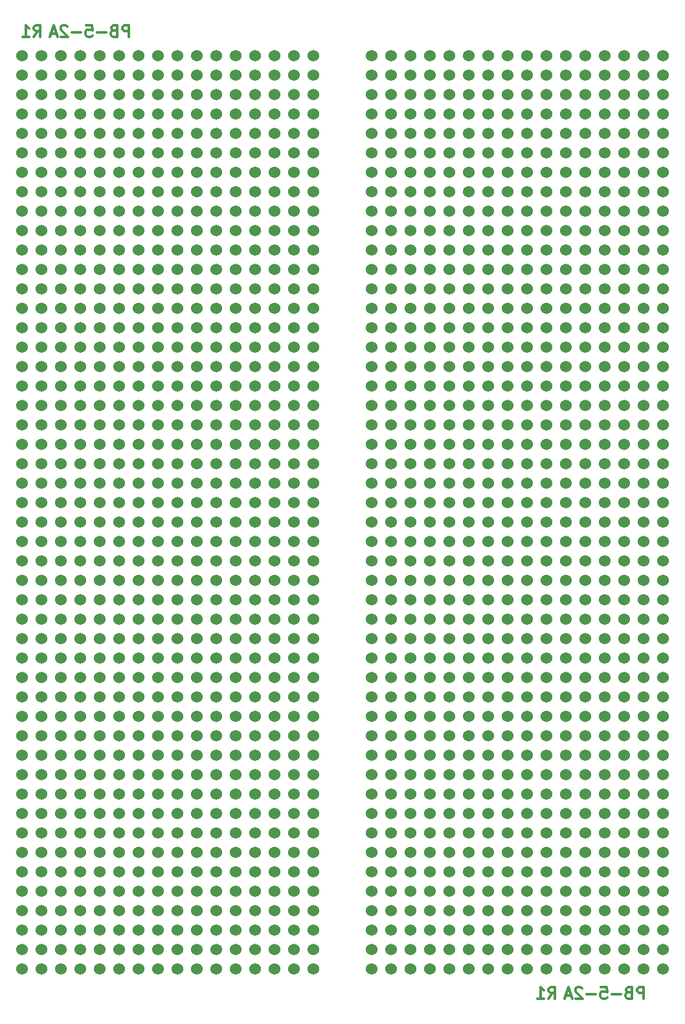
<source format=gbr>
G04 #@! TF.FileFunction,Copper,L2,Bot,Signal*
%FSLAX46Y46*%
G04 Gerber Fmt 4.6, Leading zero omitted, Abs format (unit mm)*
G04 Created by KiCad (PCBNEW 4.0.7) date 08/18/19 22:54:49*
%MOMM*%
%LPD*%
G01*
G04 APERTURE LIST*
%ADD10C,0.100000*%
%ADD11C,0.300000*%
%ADD12C,1.524000*%
G04 APERTURE END LIST*
D10*
D11*
X137409999Y-174033571D02*
X137909999Y-173319286D01*
X138267142Y-174033571D02*
X138267142Y-172533571D01*
X137695714Y-172533571D01*
X137552856Y-172605000D01*
X137481428Y-172676429D01*
X137409999Y-172819286D01*
X137409999Y-173033571D01*
X137481428Y-173176429D01*
X137552856Y-173247857D01*
X137695714Y-173319286D01*
X138267142Y-173319286D01*
X135981428Y-174033571D02*
X136838571Y-174033571D01*
X136409999Y-174033571D02*
X136409999Y-172533571D01*
X136552856Y-172747857D01*
X136695714Y-172890714D01*
X136838571Y-172962143D01*
X70099999Y-48303571D02*
X70599999Y-47589286D01*
X70957142Y-48303571D02*
X70957142Y-46803571D01*
X70385714Y-46803571D01*
X70242856Y-46875000D01*
X70171428Y-46946429D01*
X70099999Y-47089286D01*
X70099999Y-47303571D01*
X70171428Y-47446429D01*
X70242856Y-47517857D01*
X70385714Y-47589286D01*
X70957142Y-47589286D01*
X68671428Y-48303571D02*
X69528571Y-48303571D01*
X69099999Y-48303571D02*
X69099999Y-46803571D01*
X69242856Y-47017857D01*
X69385714Y-47160714D01*
X69528571Y-47232143D01*
X82541428Y-48303571D02*
X82541428Y-46803571D01*
X81970000Y-46803571D01*
X81827142Y-46875000D01*
X81755714Y-46946429D01*
X81684285Y-47089286D01*
X81684285Y-47303571D01*
X81755714Y-47446429D01*
X81827142Y-47517857D01*
X81970000Y-47589286D01*
X82541428Y-47589286D01*
X80541428Y-47517857D02*
X80327142Y-47589286D01*
X80255714Y-47660714D01*
X80184285Y-47803571D01*
X80184285Y-48017857D01*
X80255714Y-48160714D01*
X80327142Y-48232143D01*
X80470000Y-48303571D01*
X81041428Y-48303571D01*
X81041428Y-46803571D01*
X80541428Y-46803571D01*
X80398571Y-46875000D01*
X80327142Y-46946429D01*
X80255714Y-47089286D01*
X80255714Y-47232143D01*
X80327142Y-47375000D01*
X80398571Y-47446429D01*
X80541428Y-47517857D01*
X81041428Y-47517857D01*
X79541428Y-47732143D02*
X78398571Y-47732143D01*
X76969999Y-46803571D02*
X77684285Y-46803571D01*
X77755714Y-47517857D01*
X77684285Y-47446429D01*
X77541428Y-47375000D01*
X77184285Y-47375000D01*
X77041428Y-47446429D01*
X76969999Y-47517857D01*
X76898571Y-47660714D01*
X76898571Y-48017857D01*
X76969999Y-48160714D01*
X77041428Y-48232143D01*
X77184285Y-48303571D01*
X77541428Y-48303571D01*
X77684285Y-48232143D01*
X77755714Y-48160714D01*
X76255714Y-47732143D02*
X75112857Y-47732143D01*
X74470000Y-46946429D02*
X74398571Y-46875000D01*
X74255714Y-46803571D01*
X73898571Y-46803571D01*
X73755714Y-46875000D01*
X73684285Y-46946429D01*
X73612857Y-47089286D01*
X73612857Y-47232143D01*
X73684285Y-47446429D01*
X74541428Y-48303571D01*
X73612857Y-48303571D01*
X73041429Y-47875000D02*
X72327143Y-47875000D01*
X73184286Y-48303571D02*
X72684286Y-46803571D01*
X72184286Y-48303571D01*
X149851428Y-174033571D02*
X149851428Y-172533571D01*
X149280000Y-172533571D01*
X149137142Y-172605000D01*
X149065714Y-172676429D01*
X148994285Y-172819286D01*
X148994285Y-173033571D01*
X149065714Y-173176429D01*
X149137142Y-173247857D01*
X149280000Y-173319286D01*
X149851428Y-173319286D01*
X147851428Y-173247857D02*
X147637142Y-173319286D01*
X147565714Y-173390714D01*
X147494285Y-173533571D01*
X147494285Y-173747857D01*
X147565714Y-173890714D01*
X147637142Y-173962143D01*
X147780000Y-174033571D01*
X148351428Y-174033571D01*
X148351428Y-172533571D01*
X147851428Y-172533571D01*
X147708571Y-172605000D01*
X147637142Y-172676429D01*
X147565714Y-172819286D01*
X147565714Y-172962143D01*
X147637142Y-173105000D01*
X147708571Y-173176429D01*
X147851428Y-173247857D01*
X148351428Y-173247857D01*
X146851428Y-173462143D02*
X145708571Y-173462143D01*
X144279999Y-172533571D02*
X144994285Y-172533571D01*
X145065714Y-173247857D01*
X144994285Y-173176429D01*
X144851428Y-173105000D01*
X144494285Y-173105000D01*
X144351428Y-173176429D01*
X144279999Y-173247857D01*
X144208571Y-173390714D01*
X144208571Y-173747857D01*
X144279999Y-173890714D01*
X144351428Y-173962143D01*
X144494285Y-174033571D01*
X144851428Y-174033571D01*
X144994285Y-173962143D01*
X145065714Y-173890714D01*
X143565714Y-173462143D02*
X142422857Y-173462143D01*
X141780000Y-172676429D02*
X141708571Y-172605000D01*
X141565714Y-172533571D01*
X141208571Y-172533571D01*
X141065714Y-172605000D01*
X140994285Y-172676429D01*
X140922857Y-172819286D01*
X140922857Y-172962143D01*
X140994285Y-173176429D01*
X141851428Y-174033571D01*
X140922857Y-174033571D01*
X140351429Y-173605000D02*
X139637143Y-173605000D01*
X140494286Y-174033571D02*
X139994286Y-172533571D01*
X139494286Y-174033571D01*
D12*
X73660000Y-78740000D03*
X76200000Y-78740000D03*
X78740000Y-78740000D03*
X81280000Y-78740000D03*
X83820000Y-78740000D03*
X73660000Y-76200000D03*
X76200000Y-76200000D03*
X78740000Y-76200000D03*
X81280000Y-76200000D03*
X83820000Y-76200000D03*
X73660000Y-81280000D03*
X76200000Y-81280000D03*
X78740000Y-81280000D03*
X81280000Y-81280000D03*
X83820000Y-81280000D03*
X73660000Y-86360000D03*
X76200000Y-86360000D03*
X78740000Y-86360000D03*
X81280000Y-86360000D03*
X83820000Y-86360000D03*
X73660000Y-83820000D03*
X76200000Y-83820000D03*
X78740000Y-83820000D03*
X81280000Y-83820000D03*
X83820000Y-83820000D03*
X68580000Y-86360000D03*
X68580000Y-83820000D03*
X68580000Y-81280000D03*
X68580000Y-78740000D03*
X68580000Y-76200000D03*
X71120000Y-86360000D03*
X71120000Y-83820000D03*
X71120000Y-81280000D03*
X71120000Y-78740000D03*
X71120000Y-76200000D03*
X73660000Y-58420000D03*
X76200000Y-58420000D03*
X78740000Y-58420000D03*
X81280000Y-58420000D03*
X83820000Y-58420000D03*
X73660000Y-55880000D03*
X76200000Y-55880000D03*
X78740000Y-55880000D03*
X81280000Y-55880000D03*
X83820000Y-55880000D03*
X73660000Y-53340000D03*
X76200000Y-53340000D03*
X78740000Y-53340000D03*
X81280000Y-53340000D03*
X83820000Y-53340000D03*
X68580000Y-60960000D03*
X68580000Y-58420000D03*
X68580000Y-55880000D03*
X68580000Y-53340000D03*
X68580000Y-50800000D03*
X71120000Y-60960000D03*
X71120000Y-58420000D03*
X71120000Y-55880000D03*
X71120000Y-53340000D03*
X71120000Y-50800000D03*
X73660000Y-60960000D03*
X76200000Y-60960000D03*
X78740000Y-60960000D03*
X81280000Y-60960000D03*
X83820000Y-60960000D03*
X73660000Y-50800000D03*
X76200000Y-50800000D03*
X78740000Y-50800000D03*
X81280000Y-50800000D03*
X83820000Y-50800000D03*
X73660000Y-63500000D03*
X76200000Y-63500000D03*
X78740000Y-63500000D03*
X81280000Y-63500000D03*
X83820000Y-63500000D03*
X73660000Y-68580000D03*
X76200000Y-68580000D03*
X78740000Y-68580000D03*
X81280000Y-68580000D03*
X83820000Y-68580000D03*
X73660000Y-73660000D03*
X76200000Y-73660000D03*
X78740000Y-73660000D03*
X81280000Y-73660000D03*
X83820000Y-73660000D03*
X68580000Y-73660000D03*
X68580000Y-71120000D03*
X68580000Y-68580000D03*
X68580000Y-66040000D03*
X68580000Y-63500000D03*
X73660000Y-66040000D03*
X76200000Y-66040000D03*
X78740000Y-66040000D03*
X81280000Y-66040000D03*
X83820000Y-66040000D03*
X73660000Y-71120000D03*
X76200000Y-71120000D03*
X78740000Y-71120000D03*
X81280000Y-71120000D03*
X83820000Y-71120000D03*
X71120000Y-73660000D03*
X71120000Y-71120000D03*
X71120000Y-68580000D03*
X71120000Y-66040000D03*
X71120000Y-63500000D03*
X86360000Y-86360000D03*
X88900000Y-86360000D03*
X86360000Y-81280000D03*
X88900000Y-81280000D03*
X86360000Y-71120000D03*
X88900000Y-71120000D03*
X86360000Y-83820000D03*
X88900000Y-83820000D03*
X86360000Y-78740000D03*
X88900000Y-78740000D03*
X86360000Y-76200000D03*
X88900000Y-76200000D03*
X68580000Y-124460000D03*
X68580000Y-121920000D03*
X68580000Y-119380000D03*
X68580000Y-116840000D03*
X68580000Y-114300000D03*
X71120000Y-124460000D03*
X71120000Y-121920000D03*
X71120000Y-119380000D03*
X71120000Y-116840000D03*
X71120000Y-114300000D03*
X68580000Y-111760000D03*
X68580000Y-109220000D03*
X68580000Y-106680000D03*
X68580000Y-104140000D03*
X68580000Y-101600000D03*
X71120000Y-111760000D03*
X71120000Y-109220000D03*
X71120000Y-106680000D03*
X71120000Y-104140000D03*
X71120000Y-101600000D03*
X73660000Y-101600000D03*
X76200000Y-101600000D03*
X78740000Y-101600000D03*
X81280000Y-101600000D03*
X83820000Y-101600000D03*
X73660000Y-104140000D03*
X76200000Y-104140000D03*
X78740000Y-104140000D03*
X81280000Y-104140000D03*
X83820000Y-104140000D03*
X73660000Y-109220000D03*
X76200000Y-109220000D03*
X78740000Y-109220000D03*
X81280000Y-109220000D03*
X83820000Y-109220000D03*
X73660000Y-111760000D03*
X76200000Y-111760000D03*
X78740000Y-111760000D03*
X81280000Y-111760000D03*
X83820000Y-111760000D03*
X73660000Y-106680000D03*
X76200000Y-106680000D03*
X78740000Y-106680000D03*
X81280000Y-106680000D03*
X83820000Y-106680000D03*
X73660000Y-96520000D03*
X76200000Y-96520000D03*
X78740000Y-96520000D03*
X81280000Y-96520000D03*
X83820000Y-96520000D03*
X71120000Y-99060000D03*
X71120000Y-96520000D03*
X71120000Y-93980000D03*
X71120000Y-91440000D03*
X71120000Y-88900000D03*
X68580000Y-99060000D03*
X68580000Y-96520000D03*
X68580000Y-93980000D03*
X68580000Y-91440000D03*
X68580000Y-88900000D03*
X73660000Y-99060000D03*
X76200000Y-99060000D03*
X78740000Y-99060000D03*
X81280000Y-99060000D03*
X83820000Y-99060000D03*
X73660000Y-91440000D03*
X76200000Y-91440000D03*
X78740000Y-91440000D03*
X81280000Y-91440000D03*
X83820000Y-91440000D03*
X73660000Y-93980000D03*
X76200000Y-93980000D03*
X78740000Y-93980000D03*
X81280000Y-93980000D03*
X83820000Y-93980000D03*
X73660000Y-88900000D03*
X76200000Y-88900000D03*
X78740000Y-88900000D03*
X81280000Y-88900000D03*
X83820000Y-88900000D03*
X86360000Y-121920000D03*
X88900000Y-121920000D03*
X86360000Y-119380000D03*
X88900000Y-119380000D03*
X86360000Y-116840000D03*
X88900000Y-116840000D03*
X73660000Y-124460000D03*
X76200000Y-124460000D03*
X78740000Y-124460000D03*
X81280000Y-124460000D03*
X83820000Y-124460000D03*
X73660000Y-114300000D03*
X76200000Y-114300000D03*
X78740000Y-114300000D03*
X81280000Y-114300000D03*
X83820000Y-114300000D03*
X73660000Y-121920000D03*
X76200000Y-121920000D03*
X78740000Y-121920000D03*
X81280000Y-121920000D03*
X83820000Y-121920000D03*
X73660000Y-116840000D03*
X76200000Y-116840000D03*
X78740000Y-116840000D03*
X81280000Y-116840000D03*
X83820000Y-116840000D03*
X73660000Y-119380000D03*
X76200000Y-119380000D03*
X78740000Y-119380000D03*
X81280000Y-119380000D03*
X83820000Y-119380000D03*
X91440000Y-88900000D03*
X93980000Y-88900000D03*
X96520000Y-88900000D03*
X99060000Y-88900000D03*
X101600000Y-88900000D03*
X86360000Y-93980000D03*
X88900000Y-93980000D03*
X86360000Y-88900000D03*
X88900000Y-88900000D03*
X86360000Y-91440000D03*
X88900000Y-91440000D03*
X91440000Y-93980000D03*
X93980000Y-93980000D03*
X96520000Y-93980000D03*
X99060000Y-93980000D03*
X101600000Y-93980000D03*
X91440000Y-91440000D03*
X93980000Y-91440000D03*
X96520000Y-91440000D03*
X99060000Y-91440000D03*
X101600000Y-91440000D03*
X91440000Y-96520000D03*
X93980000Y-96520000D03*
X96520000Y-96520000D03*
X99060000Y-96520000D03*
X101600000Y-96520000D03*
X106680000Y-99060000D03*
X106680000Y-96520000D03*
X106680000Y-93980000D03*
X106680000Y-91440000D03*
X106680000Y-88900000D03*
X104140000Y-99060000D03*
X104140000Y-96520000D03*
X104140000Y-93980000D03*
X104140000Y-91440000D03*
X104140000Y-88900000D03*
X91440000Y-99060000D03*
X93980000Y-99060000D03*
X96520000Y-99060000D03*
X99060000Y-99060000D03*
X101600000Y-99060000D03*
X91440000Y-124460000D03*
X93980000Y-124460000D03*
X96520000Y-124460000D03*
X99060000Y-124460000D03*
X101600000Y-124460000D03*
X91440000Y-121920000D03*
X93980000Y-121920000D03*
X96520000Y-121920000D03*
X99060000Y-121920000D03*
X101600000Y-121920000D03*
X91440000Y-116840000D03*
X93980000Y-116840000D03*
X96520000Y-116840000D03*
X99060000Y-116840000D03*
X101600000Y-116840000D03*
X91440000Y-119380000D03*
X93980000Y-119380000D03*
X96520000Y-119380000D03*
X99060000Y-119380000D03*
X101600000Y-119380000D03*
X106680000Y-124460000D03*
X106680000Y-121920000D03*
X106680000Y-119380000D03*
X106680000Y-116840000D03*
X106680000Y-114300000D03*
X104140000Y-124460000D03*
X104140000Y-121920000D03*
X104140000Y-119380000D03*
X104140000Y-116840000D03*
X104140000Y-114300000D03*
X91440000Y-114300000D03*
X93980000Y-114300000D03*
X96520000Y-114300000D03*
X99060000Y-114300000D03*
X101600000Y-114300000D03*
X86360000Y-124460000D03*
X88900000Y-124460000D03*
X86360000Y-99060000D03*
X88900000Y-99060000D03*
X86360000Y-104140000D03*
X88900000Y-104140000D03*
X86360000Y-106680000D03*
X88900000Y-106680000D03*
X86360000Y-96520000D03*
X88900000Y-96520000D03*
X86360000Y-101600000D03*
X88900000Y-101600000D03*
X86360000Y-114300000D03*
X88900000Y-114300000D03*
X86360000Y-109220000D03*
X88900000Y-109220000D03*
X86360000Y-111760000D03*
X88900000Y-111760000D03*
X91440000Y-101600000D03*
X93980000Y-101600000D03*
X96520000Y-101600000D03*
X99060000Y-101600000D03*
X101600000Y-101600000D03*
X91440000Y-104140000D03*
X93980000Y-104140000D03*
X96520000Y-104140000D03*
X99060000Y-104140000D03*
X101600000Y-104140000D03*
X91440000Y-111760000D03*
X93980000Y-111760000D03*
X96520000Y-111760000D03*
X99060000Y-111760000D03*
X101600000Y-111760000D03*
X91440000Y-109220000D03*
X93980000Y-109220000D03*
X96520000Y-109220000D03*
X99060000Y-109220000D03*
X101600000Y-109220000D03*
X106680000Y-111760000D03*
X106680000Y-109220000D03*
X106680000Y-106680000D03*
X106680000Y-104140000D03*
X106680000Y-101600000D03*
X104140000Y-111760000D03*
X104140000Y-109220000D03*
X104140000Y-106680000D03*
X104140000Y-104140000D03*
X104140000Y-101600000D03*
X91440000Y-106680000D03*
X93980000Y-106680000D03*
X96520000Y-106680000D03*
X99060000Y-106680000D03*
X101600000Y-106680000D03*
X86360000Y-149860000D03*
X88900000Y-149860000D03*
X86360000Y-157480000D03*
X88900000Y-157480000D03*
X86360000Y-154940000D03*
X88900000Y-154940000D03*
X86360000Y-152400000D03*
X88900000Y-152400000D03*
X106680000Y-162560000D03*
X106680000Y-160020000D03*
X106680000Y-157480000D03*
X106680000Y-154940000D03*
X106680000Y-152400000D03*
X91440000Y-162560000D03*
X93980000Y-162560000D03*
X96520000Y-162560000D03*
X99060000Y-162560000D03*
X101600000Y-162560000D03*
X106680000Y-170180000D03*
X106680000Y-167640000D03*
X106680000Y-165100000D03*
X104140000Y-162560000D03*
X104140000Y-160020000D03*
X104140000Y-157480000D03*
X104140000Y-154940000D03*
X104140000Y-152400000D03*
X104140000Y-170180000D03*
X104140000Y-167640000D03*
X104140000Y-165100000D03*
X73660000Y-160020000D03*
X76200000Y-160020000D03*
X78740000Y-160020000D03*
X81280000Y-160020000D03*
X83820000Y-160020000D03*
X73660000Y-162560000D03*
X76200000Y-162560000D03*
X78740000Y-162560000D03*
X81280000Y-162560000D03*
X83820000Y-162560000D03*
X71120000Y-162560000D03*
X71120000Y-160020000D03*
X71120000Y-157480000D03*
X71120000Y-154940000D03*
X71120000Y-152400000D03*
X73660000Y-152400000D03*
X76200000Y-152400000D03*
X78740000Y-152400000D03*
X81280000Y-152400000D03*
X83820000Y-152400000D03*
X73660000Y-149860000D03*
X76200000Y-149860000D03*
X78740000Y-149860000D03*
X81280000Y-149860000D03*
X83820000Y-149860000D03*
X73660000Y-154940000D03*
X76200000Y-154940000D03*
X78740000Y-154940000D03*
X81280000Y-154940000D03*
X83820000Y-154940000D03*
X68580000Y-162560000D03*
X68580000Y-160020000D03*
X68580000Y-157480000D03*
X68580000Y-154940000D03*
X68580000Y-152400000D03*
X73660000Y-157480000D03*
X76200000Y-157480000D03*
X78740000Y-157480000D03*
X81280000Y-157480000D03*
X83820000Y-157480000D03*
X73660000Y-165100000D03*
X76200000Y-165100000D03*
X78740000Y-165100000D03*
X81280000Y-165100000D03*
X83820000Y-165100000D03*
X71120000Y-170180000D03*
X71120000Y-167640000D03*
X71120000Y-165100000D03*
X68580000Y-170180000D03*
X68580000Y-167640000D03*
X68580000Y-165100000D03*
X73660000Y-167640000D03*
X76200000Y-167640000D03*
X78740000Y-167640000D03*
X81280000Y-167640000D03*
X83820000Y-167640000D03*
X86360000Y-160020000D03*
X88900000Y-160020000D03*
X86360000Y-162560000D03*
X88900000Y-162560000D03*
X73660000Y-170180000D03*
X76200000Y-170180000D03*
X78740000Y-170180000D03*
X81280000Y-170180000D03*
X83820000Y-170180000D03*
X86360000Y-165100000D03*
X88900000Y-165100000D03*
X91440000Y-167640000D03*
X93980000Y-167640000D03*
X96520000Y-167640000D03*
X99060000Y-167640000D03*
X101600000Y-167640000D03*
X86360000Y-170180000D03*
X88900000Y-170180000D03*
X91440000Y-170180000D03*
X93980000Y-170180000D03*
X96520000Y-170180000D03*
X99060000Y-170180000D03*
X101600000Y-170180000D03*
X91440000Y-165100000D03*
X93980000Y-165100000D03*
X96520000Y-165100000D03*
X99060000Y-165100000D03*
X101600000Y-165100000D03*
X86360000Y-167640000D03*
X88900000Y-167640000D03*
X91440000Y-154940000D03*
X93980000Y-154940000D03*
X96520000Y-154940000D03*
X99060000Y-154940000D03*
X101600000Y-154940000D03*
X91440000Y-152400000D03*
X93980000Y-152400000D03*
X96520000Y-152400000D03*
X99060000Y-152400000D03*
X101600000Y-152400000D03*
X91440000Y-149860000D03*
X93980000Y-149860000D03*
X96520000Y-149860000D03*
X99060000Y-149860000D03*
X101600000Y-149860000D03*
X91440000Y-160020000D03*
X93980000Y-160020000D03*
X96520000Y-160020000D03*
X99060000Y-160020000D03*
X101600000Y-160020000D03*
X91440000Y-157480000D03*
X93980000Y-157480000D03*
X96520000Y-157480000D03*
X99060000Y-157480000D03*
X101600000Y-157480000D03*
X73660000Y-137160000D03*
X76200000Y-137160000D03*
X78740000Y-137160000D03*
X81280000Y-137160000D03*
X83820000Y-137160000D03*
X68580000Y-137160000D03*
X68580000Y-134620000D03*
X68580000Y-132080000D03*
X68580000Y-129540000D03*
X68580000Y-127000000D03*
X71120000Y-137160000D03*
X71120000Y-134620000D03*
X71120000Y-132080000D03*
X71120000Y-129540000D03*
X71120000Y-127000000D03*
X73660000Y-134620000D03*
X76200000Y-134620000D03*
X78740000Y-134620000D03*
X81280000Y-134620000D03*
X83820000Y-134620000D03*
X86360000Y-127000000D03*
X88900000Y-127000000D03*
X73660000Y-132080000D03*
X76200000Y-132080000D03*
X78740000Y-132080000D03*
X81280000Y-132080000D03*
X83820000Y-132080000D03*
X73660000Y-129540000D03*
X76200000Y-129540000D03*
X78740000Y-129540000D03*
X81280000Y-129540000D03*
X83820000Y-129540000D03*
X73660000Y-127000000D03*
X76200000Y-127000000D03*
X78740000Y-127000000D03*
X81280000Y-127000000D03*
X83820000Y-127000000D03*
X91440000Y-127000000D03*
X93980000Y-127000000D03*
X96520000Y-127000000D03*
X99060000Y-127000000D03*
X101600000Y-127000000D03*
X106680000Y-137160000D03*
X106680000Y-134620000D03*
X106680000Y-132080000D03*
X106680000Y-129540000D03*
X106680000Y-127000000D03*
X104140000Y-137160000D03*
X104140000Y-134620000D03*
X104140000Y-132080000D03*
X104140000Y-129540000D03*
X104140000Y-127000000D03*
X91440000Y-137160000D03*
X93980000Y-137160000D03*
X96520000Y-137160000D03*
X99060000Y-137160000D03*
X101600000Y-137160000D03*
X91440000Y-134620000D03*
X93980000Y-134620000D03*
X96520000Y-134620000D03*
X99060000Y-134620000D03*
X101600000Y-134620000D03*
X91440000Y-129540000D03*
X93980000Y-129540000D03*
X96520000Y-129540000D03*
X99060000Y-129540000D03*
X101600000Y-129540000D03*
X91440000Y-132080000D03*
X93980000Y-132080000D03*
X96520000Y-132080000D03*
X99060000Y-132080000D03*
X101600000Y-132080000D03*
X86360000Y-147320000D03*
X88900000Y-147320000D03*
X86360000Y-144780000D03*
X88900000Y-144780000D03*
X86360000Y-142240000D03*
X88900000Y-142240000D03*
X86360000Y-139700000D03*
X88900000Y-139700000D03*
X86360000Y-137160000D03*
X88900000Y-137160000D03*
X86360000Y-134620000D03*
X88900000Y-134620000D03*
X86360000Y-129540000D03*
X88900000Y-129540000D03*
X86360000Y-132080000D03*
X88900000Y-132080000D03*
X73660000Y-147320000D03*
X76200000Y-147320000D03*
X78740000Y-147320000D03*
X81280000Y-147320000D03*
X83820000Y-147320000D03*
X71120000Y-149860000D03*
X71120000Y-147320000D03*
X71120000Y-144780000D03*
X71120000Y-142240000D03*
X71120000Y-139700000D03*
X73660000Y-144780000D03*
X76200000Y-144780000D03*
X78740000Y-144780000D03*
X81280000Y-144780000D03*
X83820000Y-144780000D03*
X73660000Y-139700000D03*
X76200000Y-139700000D03*
X78740000Y-139700000D03*
X81280000Y-139700000D03*
X83820000Y-139700000D03*
X68580000Y-149860000D03*
X68580000Y-147320000D03*
X68580000Y-144780000D03*
X68580000Y-142240000D03*
X68580000Y-139700000D03*
X73660000Y-142240000D03*
X76200000Y-142240000D03*
X78740000Y-142240000D03*
X81280000Y-142240000D03*
X83820000Y-142240000D03*
X91440000Y-144780000D03*
X93980000Y-144780000D03*
X96520000Y-144780000D03*
X99060000Y-144780000D03*
X101600000Y-144780000D03*
X106680000Y-149860000D03*
X106680000Y-147320000D03*
X106680000Y-144780000D03*
X106680000Y-142240000D03*
X106680000Y-139700000D03*
X104140000Y-149860000D03*
X104140000Y-147320000D03*
X104140000Y-144780000D03*
X104140000Y-142240000D03*
X104140000Y-139700000D03*
X91440000Y-139700000D03*
X93980000Y-139700000D03*
X96520000Y-139700000D03*
X99060000Y-139700000D03*
X101600000Y-139700000D03*
X91440000Y-147320000D03*
X93980000Y-147320000D03*
X96520000Y-147320000D03*
X99060000Y-147320000D03*
X101600000Y-147320000D03*
X91440000Y-142240000D03*
X93980000Y-142240000D03*
X96520000Y-142240000D03*
X99060000Y-142240000D03*
X101600000Y-142240000D03*
X86360000Y-63500000D03*
X88900000Y-63500000D03*
X86360000Y-73660000D03*
X88900000Y-73660000D03*
X86360000Y-68580000D03*
X88900000Y-68580000D03*
X86360000Y-66040000D03*
X88900000Y-66040000D03*
X91440000Y-73660000D03*
X93980000Y-73660000D03*
X96520000Y-73660000D03*
X99060000Y-73660000D03*
X101600000Y-73660000D03*
X104140000Y-73660000D03*
X104140000Y-71120000D03*
X104140000Y-68580000D03*
X104140000Y-66040000D03*
X104140000Y-63500000D03*
X91440000Y-66040000D03*
X93980000Y-66040000D03*
X96520000Y-66040000D03*
X99060000Y-66040000D03*
X101600000Y-66040000D03*
X91440000Y-71120000D03*
X93980000Y-71120000D03*
X96520000Y-71120000D03*
X99060000Y-71120000D03*
X101600000Y-71120000D03*
X91440000Y-63500000D03*
X93980000Y-63500000D03*
X96520000Y-63500000D03*
X99060000Y-63500000D03*
X101600000Y-63500000D03*
X106680000Y-73660000D03*
X106680000Y-71120000D03*
X106680000Y-68580000D03*
X106680000Y-66040000D03*
X106680000Y-63500000D03*
X91440000Y-60960000D03*
X93980000Y-60960000D03*
X96520000Y-60960000D03*
X99060000Y-60960000D03*
X101600000Y-60960000D03*
X91440000Y-68580000D03*
X93980000Y-68580000D03*
X96520000Y-68580000D03*
X99060000Y-68580000D03*
X101600000Y-68580000D03*
X91440000Y-55880000D03*
X93980000Y-55880000D03*
X96520000Y-55880000D03*
X99060000Y-55880000D03*
X101600000Y-55880000D03*
X91440000Y-53340000D03*
X93980000Y-53340000D03*
X96520000Y-53340000D03*
X99060000Y-53340000D03*
X101600000Y-53340000D03*
X106680000Y-60960000D03*
X106680000Y-58420000D03*
X106680000Y-55880000D03*
X106680000Y-53340000D03*
X106680000Y-50800000D03*
X104140000Y-60960000D03*
X104140000Y-58420000D03*
X104140000Y-55880000D03*
X104140000Y-53340000D03*
X104140000Y-50800000D03*
X91440000Y-50800000D03*
X93980000Y-50800000D03*
X96520000Y-50800000D03*
X99060000Y-50800000D03*
X101600000Y-50800000D03*
X86360000Y-60960000D03*
X88900000Y-60960000D03*
X86360000Y-55880000D03*
X88900000Y-55880000D03*
X86360000Y-58420000D03*
X88900000Y-58420000D03*
X86360000Y-53340000D03*
X88900000Y-53340000D03*
X86360000Y-50800000D03*
X88900000Y-50800000D03*
X91440000Y-58420000D03*
X93980000Y-58420000D03*
X96520000Y-58420000D03*
X99060000Y-58420000D03*
X101600000Y-58420000D03*
X91440000Y-83820000D03*
X93980000Y-83820000D03*
X96520000Y-83820000D03*
X99060000Y-83820000D03*
X101600000Y-83820000D03*
X91440000Y-76200000D03*
X93980000Y-76200000D03*
X96520000Y-76200000D03*
X99060000Y-76200000D03*
X101600000Y-76200000D03*
X106680000Y-86360000D03*
X106680000Y-83820000D03*
X106680000Y-81280000D03*
X106680000Y-78740000D03*
X106680000Y-76200000D03*
X91440000Y-81280000D03*
X93980000Y-81280000D03*
X96520000Y-81280000D03*
X99060000Y-81280000D03*
X101600000Y-81280000D03*
X91440000Y-78740000D03*
X93980000Y-78740000D03*
X96520000Y-78740000D03*
X99060000Y-78740000D03*
X101600000Y-78740000D03*
X104140000Y-86360000D03*
X104140000Y-83820000D03*
X104140000Y-81280000D03*
X104140000Y-78740000D03*
X104140000Y-76200000D03*
X91440000Y-86360000D03*
X93980000Y-86360000D03*
X96520000Y-86360000D03*
X99060000Y-86360000D03*
X101600000Y-86360000D03*
X116840000Y-111760000D03*
X116840000Y-109220000D03*
X116840000Y-106680000D03*
X116840000Y-104140000D03*
X116840000Y-101600000D03*
X114300000Y-111760000D03*
X114300000Y-109220000D03*
X114300000Y-106680000D03*
X114300000Y-104140000D03*
X114300000Y-101600000D03*
X116840000Y-124460000D03*
X116840000Y-121920000D03*
X116840000Y-119380000D03*
X116840000Y-116840000D03*
X116840000Y-114300000D03*
X114300000Y-124460000D03*
X114300000Y-121920000D03*
X114300000Y-119380000D03*
X114300000Y-116840000D03*
X114300000Y-114300000D03*
X116840000Y-137160000D03*
X116840000Y-134620000D03*
X116840000Y-132080000D03*
X116840000Y-129540000D03*
X116840000Y-127000000D03*
X114300000Y-137160000D03*
X114300000Y-134620000D03*
X114300000Y-132080000D03*
X114300000Y-129540000D03*
X114300000Y-127000000D03*
X116840000Y-99060000D03*
X116840000Y-96520000D03*
X116840000Y-93980000D03*
X116840000Y-91440000D03*
X116840000Y-88900000D03*
X114300000Y-99060000D03*
X114300000Y-96520000D03*
X114300000Y-93980000D03*
X114300000Y-91440000D03*
X114300000Y-88900000D03*
X116840000Y-86360000D03*
X116840000Y-83820000D03*
X116840000Y-81280000D03*
X116840000Y-78740000D03*
X116840000Y-76200000D03*
X114300000Y-86360000D03*
X114300000Y-83820000D03*
X114300000Y-81280000D03*
X114300000Y-78740000D03*
X114300000Y-76200000D03*
X116840000Y-60960000D03*
X116840000Y-58420000D03*
X116840000Y-55880000D03*
X116840000Y-53340000D03*
X116840000Y-50800000D03*
X114300000Y-60960000D03*
X114300000Y-58420000D03*
X114300000Y-55880000D03*
X114300000Y-53340000D03*
X114300000Y-50800000D03*
X116840000Y-73660000D03*
X116840000Y-71120000D03*
X116840000Y-68580000D03*
X116840000Y-66040000D03*
X116840000Y-63500000D03*
X114300000Y-73660000D03*
X114300000Y-71120000D03*
X114300000Y-68580000D03*
X114300000Y-66040000D03*
X114300000Y-63500000D03*
X116840000Y-149860000D03*
X116840000Y-147320000D03*
X116840000Y-144780000D03*
X116840000Y-142240000D03*
X116840000Y-139700000D03*
X114300000Y-149860000D03*
X114300000Y-147320000D03*
X114300000Y-144780000D03*
X114300000Y-142240000D03*
X114300000Y-139700000D03*
X116840000Y-170180000D03*
X116840000Y-167640000D03*
X116840000Y-165100000D03*
X114300000Y-170180000D03*
X114300000Y-167640000D03*
X114300000Y-165100000D03*
X116840000Y-162560000D03*
X116840000Y-160020000D03*
X116840000Y-157480000D03*
X116840000Y-154940000D03*
X116840000Y-152400000D03*
X114300000Y-162560000D03*
X114300000Y-160020000D03*
X114300000Y-157480000D03*
X114300000Y-154940000D03*
X114300000Y-152400000D03*
X152400000Y-111760000D03*
X152400000Y-109220000D03*
X152400000Y-106680000D03*
X152400000Y-104140000D03*
X152400000Y-101600000D03*
X152400000Y-124460000D03*
X152400000Y-121920000D03*
X152400000Y-119380000D03*
X152400000Y-116840000D03*
X152400000Y-114300000D03*
X152400000Y-137160000D03*
X152400000Y-134620000D03*
X152400000Y-132080000D03*
X152400000Y-129540000D03*
X152400000Y-127000000D03*
X152400000Y-99060000D03*
X152400000Y-96520000D03*
X152400000Y-93980000D03*
X152400000Y-91440000D03*
X152400000Y-88900000D03*
X152400000Y-86360000D03*
X152400000Y-83820000D03*
X152400000Y-81280000D03*
X152400000Y-78740000D03*
X152400000Y-76200000D03*
X152400000Y-60960000D03*
X152400000Y-58420000D03*
X152400000Y-55880000D03*
X152400000Y-53340000D03*
X152400000Y-50800000D03*
X152400000Y-73660000D03*
X152400000Y-71120000D03*
X152400000Y-68580000D03*
X152400000Y-66040000D03*
X152400000Y-63500000D03*
X152400000Y-149860000D03*
X152400000Y-147320000D03*
X152400000Y-144780000D03*
X152400000Y-142240000D03*
X152400000Y-139700000D03*
X152400000Y-170180000D03*
X152400000Y-167640000D03*
X152400000Y-165100000D03*
X152400000Y-162560000D03*
X152400000Y-160020000D03*
X152400000Y-157480000D03*
X152400000Y-154940000D03*
X152400000Y-152400000D03*
X149860000Y-162560000D03*
X149860000Y-160020000D03*
X149860000Y-157480000D03*
X149860000Y-154940000D03*
X149860000Y-152400000D03*
X149860000Y-149860000D03*
X149860000Y-147320000D03*
X149860000Y-144780000D03*
X149860000Y-142240000D03*
X149860000Y-139700000D03*
X149860000Y-137160000D03*
X149860000Y-134620000D03*
X149860000Y-132080000D03*
X149860000Y-129540000D03*
X149860000Y-127000000D03*
X149860000Y-124460000D03*
X149860000Y-121920000D03*
X149860000Y-119380000D03*
X149860000Y-116840000D03*
X149860000Y-114300000D03*
X149860000Y-111760000D03*
X149860000Y-109220000D03*
X149860000Y-106680000D03*
X149860000Y-104140000D03*
X149860000Y-101600000D03*
X149860000Y-99060000D03*
X149860000Y-96520000D03*
X149860000Y-93980000D03*
X149860000Y-91440000D03*
X149860000Y-88900000D03*
X149860000Y-86360000D03*
X149860000Y-83820000D03*
X149860000Y-81280000D03*
X149860000Y-78740000D03*
X149860000Y-76200000D03*
X149860000Y-73660000D03*
X149860000Y-71120000D03*
X149860000Y-68580000D03*
X149860000Y-66040000D03*
X149860000Y-63500000D03*
X119380000Y-137160000D03*
X121920000Y-137160000D03*
X124460000Y-137160000D03*
X127000000Y-137160000D03*
X129540000Y-137160000D03*
X119380000Y-134620000D03*
X121920000Y-134620000D03*
X124460000Y-134620000D03*
X127000000Y-134620000D03*
X129540000Y-134620000D03*
X119380000Y-104140000D03*
X121920000Y-104140000D03*
X124460000Y-104140000D03*
X127000000Y-104140000D03*
X129540000Y-104140000D03*
X119380000Y-106680000D03*
X121920000Y-106680000D03*
X124460000Y-106680000D03*
X127000000Y-106680000D03*
X129540000Y-106680000D03*
X119380000Y-127000000D03*
X121920000Y-127000000D03*
X124460000Y-127000000D03*
X127000000Y-127000000D03*
X129540000Y-127000000D03*
X119380000Y-121920000D03*
X121920000Y-121920000D03*
X124460000Y-121920000D03*
X127000000Y-121920000D03*
X129540000Y-121920000D03*
X119380000Y-132080000D03*
X121920000Y-132080000D03*
X124460000Y-132080000D03*
X127000000Y-132080000D03*
X129540000Y-132080000D03*
X119380000Y-124460000D03*
X121920000Y-124460000D03*
X124460000Y-124460000D03*
X127000000Y-124460000D03*
X129540000Y-124460000D03*
X119380000Y-129540000D03*
X121920000Y-129540000D03*
X124460000Y-129540000D03*
X127000000Y-129540000D03*
X129540000Y-129540000D03*
X119380000Y-119380000D03*
X121920000Y-119380000D03*
X124460000Y-119380000D03*
X127000000Y-119380000D03*
X129540000Y-119380000D03*
X119380000Y-114300000D03*
X121920000Y-114300000D03*
X124460000Y-114300000D03*
X127000000Y-114300000D03*
X129540000Y-114300000D03*
X119380000Y-116840000D03*
X121920000Y-116840000D03*
X124460000Y-116840000D03*
X127000000Y-116840000D03*
X129540000Y-116840000D03*
X119380000Y-111760000D03*
X121920000Y-111760000D03*
X124460000Y-111760000D03*
X127000000Y-111760000D03*
X129540000Y-111760000D03*
X119380000Y-109220000D03*
X121920000Y-109220000D03*
X124460000Y-109220000D03*
X127000000Y-109220000D03*
X129540000Y-109220000D03*
X119380000Y-76200000D03*
X121920000Y-76200000D03*
X124460000Y-76200000D03*
X127000000Y-76200000D03*
X129540000Y-76200000D03*
X119380000Y-78740000D03*
X121920000Y-78740000D03*
X124460000Y-78740000D03*
X127000000Y-78740000D03*
X129540000Y-78740000D03*
X119380000Y-81280000D03*
X121920000Y-81280000D03*
X124460000Y-81280000D03*
X127000000Y-81280000D03*
X129540000Y-81280000D03*
X119380000Y-83820000D03*
X121920000Y-83820000D03*
X124460000Y-83820000D03*
X127000000Y-83820000D03*
X129540000Y-83820000D03*
X119380000Y-86360000D03*
X121920000Y-86360000D03*
X124460000Y-86360000D03*
X127000000Y-86360000D03*
X129540000Y-86360000D03*
X119380000Y-88900000D03*
X121920000Y-88900000D03*
X124460000Y-88900000D03*
X127000000Y-88900000D03*
X129540000Y-88900000D03*
X119380000Y-101600000D03*
X121920000Y-101600000D03*
X124460000Y-101600000D03*
X127000000Y-101600000D03*
X129540000Y-101600000D03*
X119380000Y-91440000D03*
X121920000Y-91440000D03*
X124460000Y-91440000D03*
X127000000Y-91440000D03*
X129540000Y-91440000D03*
X119380000Y-99060000D03*
X121920000Y-99060000D03*
X124460000Y-99060000D03*
X127000000Y-99060000D03*
X129540000Y-99060000D03*
X119380000Y-93980000D03*
X121920000Y-93980000D03*
X124460000Y-93980000D03*
X127000000Y-93980000D03*
X129540000Y-93980000D03*
X119380000Y-96520000D03*
X121920000Y-96520000D03*
X124460000Y-96520000D03*
X127000000Y-96520000D03*
X129540000Y-96520000D03*
X119380000Y-60960000D03*
X121920000Y-60960000D03*
X124460000Y-60960000D03*
X127000000Y-60960000D03*
X129540000Y-60960000D03*
X119380000Y-50800000D03*
X121920000Y-50800000D03*
X124460000Y-50800000D03*
X127000000Y-50800000D03*
X129540000Y-50800000D03*
X119380000Y-53340000D03*
X121920000Y-53340000D03*
X124460000Y-53340000D03*
X127000000Y-53340000D03*
X129540000Y-53340000D03*
X119380000Y-55880000D03*
X121920000Y-55880000D03*
X124460000Y-55880000D03*
X127000000Y-55880000D03*
X129540000Y-55880000D03*
X119380000Y-58420000D03*
X121920000Y-58420000D03*
X124460000Y-58420000D03*
X127000000Y-58420000D03*
X129540000Y-58420000D03*
X119380000Y-73660000D03*
X121920000Y-73660000D03*
X124460000Y-73660000D03*
X127000000Y-73660000D03*
X129540000Y-73660000D03*
X119380000Y-71120000D03*
X121920000Y-71120000D03*
X124460000Y-71120000D03*
X127000000Y-71120000D03*
X129540000Y-71120000D03*
X119380000Y-66040000D03*
X121920000Y-66040000D03*
X124460000Y-66040000D03*
X127000000Y-66040000D03*
X129540000Y-66040000D03*
X119380000Y-68580000D03*
X121920000Y-68580000D03*
X124460000Y-68580000D03*
X127000000Y-68580000D03*
X129540000Y-68580000D03*
X119380000Y-63500000D03*
X121920000Y-63500000D03*
X124460000Y-63500000D03*
X127000000Y-63500000D03*
X129540000Y-63500000D03*
X119380000Y-139700000D03*
X121920000Y-139700000D03*
X124460000Y-139700000D03*
X127000000Y-139700000D03*
X129540000Y-139700000D03*
X119380000Y-154940000D03*
X121920000Y-154940000D03*
X124460000Y-154940000D03*
X127000000Y-154940000D03*
X129540000Y-154940000D03*
X119380000Y-157480000D03*
X121920000Y-157480000D03*
X124460000Y-157480000D03*
X127000000Y-157480000D03*
X129540000Y-157480000D03*
X119380000Y-144780000D03*
X121920000Y-144780000D03*
X124460000Y-144780000D03*
X127000000Y-144780000D03*
X129540000Y-144780000D03*
X119380000Y-142240000D03*
X121920000Y-142240000D03*
X124460000Y-142240000D03*
X127000000Y-142240000D03*
X129540000Y-142240000D03*
X119380000Y-147320000D03*
X121920000Y-147320000D03*
X124460000Y-147320000D03*
X127000000Y-147320000D03*
X129540000Y-147320000D03*
X119380000Y-152400000D03*
X121920000Y-152400000D03*
X124460000Y-152400000D03*
X127000000Y-152400000D03*
X129540000Y-152400000D03*
X119380000Y-149860000D03*
X121920000Y-149860000D03*
X124460000Y-149860000D03*
X127000000Y-149860000D03*
X129540000Y-149860000D03*
X119380000Y-162560000D03*
X121920000Y-162560000D03*
X124460000Y-162560000D03*
X127000000Y-162560000D03*
X129540000Y-162560000D03*
X119380000Y-167640000D03*
X121920000Y-167640000D03*
X124460000Y-167640000D03*
X127000000Y-167640000D03*
X129540000Y-167640000D03*
X119380000Y-160020000D03*
X121920000Y-160020000D03*
X124460000Y-160020000D03*
X127000000Y-160020000D03*
X129540000Y-160020000D03*
X119380000Y-170180000D03*
X121920000Y-170180000D03*
X124460000Y-170180000D03*
X127000000Y-170180000D03*
X129540000Y-170180000D03*
X119380000Y-165100000D03*
X121920000Y-165100000D03*
X124460000Y-165100000D03*
X127000000Y-165100000D03*
X129540000Y-165100000D03*
X132080000Y-160020000D03*
X134620000Y-160020000D03*
X132080000Y-157480000D03*
X134620000Y-157480000D03*
X132080000Y-162560000D03*
X134620000Y-162560000D03*
X132080000Y-154940000D03*
X134620000Y-154940000D03*
X132080000Y-152400000D03*
X134620000Y-152400000D03*
X132080000Y-142240000D03*
X134620000Y-142240000D03*
X132080000Y-147320000D03*
X134620000Y-147320000D03*
X132080000Y-149860000D03*
X134620000Y-149860000D03*
X132080000Y-144780000D03*
X134620000Y-144780000D03*
X132080000Y-134620000D03*
X134620000Y-134620000D03*
X132080000Y-132080000D03*
X134620000Y-132080000D03*
X132080000Y-137160000D03*
X134620000Y-137160000D03*
X132080000Y-139700000D03*
X134620000Y-139700000D03*
X132080000Y-116840000D03*
X134620000Y-116840000D03*
X132080000Y-119380000D03*
X134620000Y-119380000D03*
X132080000Y-114300000D03*
X134620000Y-114300000D03*
X132080000Y-111760000D03*
X134620000Y-111760000D03*
X132080000Y-121920000D03*
X134620000Y-121920000D03*
X132080000Y-124460000D03*
X134620000Y-124460000D03*
X132080000Y-127000000D03*
X134620000Y-127000000D03*
X132080000Y-129540000D03*
X134620000Y-129540000D03*
X132080000Y-165100000D03*
X134620000Y-165100000D03*
X132080000Y-167640000D03*
X134620000Y-167640000D03*
X132080000Y-170180000D03*
X134620000Y-170180000D03*
X132080000Y-81280000D03*
X134620000Y-81280000D03*
X132080000Y-86360000D03*
X134620000Y-86360000D03*
X132080000Y-83820000D03*
X134620000Y-83820000D03*
X132080000Y-88900000D03*
X134620000Y-88900000D03*
X132080000Y-99060000D03*
X134620000Y-99060000D03*
X132080000Y-96520000D03*
X134620000Y-96520000D03*
X132080000Y-93980000D03*
X134620000Y-93980000D03*
X132080000Y-101600000D03*
X134620000Y-101600000D03*
X132080000Y-91440000D03*
X134620000Y-91440000D03*
X132080000Y-109220000D03*
X134620000Y-109220000D03*
X132080000Y-106680000D03*
X134620000Y-106680000D03*
X132080000Y-104140000D03*
X134620000Y-104140000D03*
X132080000Y-73660000D03*
X134620000Y-73660000D03*
X132080000Y-68580000D03*
X134620000Y-68580000D03*
X132080000Y-66040000D03*
X134620000Y-66040000D03*
X132080000Y-71120000D03*
X134620000Y-71120000D03*
X132080000Y-76200000D03*
X134620000Y-76200000D03*
X132080000Y-78740000D03*
X134620000Y-78740000D03*
X132080000Y-63500000D03*
X134620000Y-63500000D03*
X132080000Y-60960000D03*
X134620000Y-60960000D03*
X132080000Y-58420000D03*
X134620000Y-58420000D03*
X132080000Y-55880000D03*
X134620000Y-55880000D03*
X132080000Y-53340000D03*
X134620000Y-53340000D03*
X137160000Y-160020000D03*
X139700000Y-160020000D03*
X142240000Y-160020000D03*
X144780000Y-160020000D03*
X147320000Y-160020000D03*
X137160000Y-165100000D03*
X139700000Y-165100000D03*
X142240000Y-165100000D03*
X144780000Y-165100000D03*
X147320000Y-165100000D03*
X137160000Y-170180000D03*
X139700000Y-170180000D03*
X142240000Y-170180000D03*
X144780000Y-170180000D03*
X147320000Y-170180000D03*
X137160000Y-167640000D03*
X139700000Y-167640000D03*
X142240000Y-167640000D03*
X144780000Y-167640000D03*
X147320000Y-167640000D03*
X137160000Y-162560000D03*
X139700000Y-162560000D03*
X142240000Y-162560000D03*
X144780000Y-162560000D03*
X147320000Y-162560000D03*
X137160000Y-144780000D03*
X139700000Y-144780000D03*
X142240000Y-144780000D03*
X144780000Y-144780000D03*
X147320000Y-144780000D03*
X137160000Y-134620000D03*
X139700000Y-134620000D03*
X142240000Y-134620000D03*
X144780000Y-134620000D03*
X147320000Y-134620000D03*
X137160000Y-139700000D03*
X139700000Y-139700000D03*
X142240000Y-139700000D03*
X144780000Y-139700000D03*
X147320000Y-139700000D03*
X137160000Y-137160000D03*
X139700000Y-137160000D03*
X142240000Y-137160000D03*
X144780000Y-137160000D03*
X147320000Y-137160000D03*
X137160000Y-142240000D03*
X139700000Y-142240000D03*
X142240000Y-142240000D03*
X144780000Y-142240000D03*
X147320000Y-142240000D03*
X137160000Y-121920000D03*
X139700000Y-121920000D03*
X142240000Y-121920000D03*
X144780000Y-121920000D03*
X147320000Y-121920000D03*
X137160000Y-124460000D03*
X139700000Y-124460000D03*
X142240000Y-124460000D03*
X144780000Y-124460000D03*
X147320000Y-124460000D03*
X137160000Y-129540000D03*
X139700000Y-129540000D03*
X142240000Y-129540000D03*
X144780000Y-129540000D03*
X147320000Y-129540000D03*
X137160000Y-132080000D03*
X139700000Y-132080000D03*
X142240000Y-132080000D03*
X144780000Y-132080000D03*
X147320000Y-132080000D03*
X137160000Y-127000000D03*
X139700000Y-127000000D03*
X142240000Y-127000000D03*
X144780000Y-127000000D03*
X147320000Y-127000000D03*
X137160000Y-119380000D03*
X139700000Y-119380000D03*
X142240000Y-119380000D03*
X144780000Y-119380000D03*
X147320000Y-119380000D03*
X137160000Y-111760000D03*
X139700000Y-111760000D03*
X142240000Y-111760000D03*
X144780000Y-111760000D03*
X147320000Y-111760000D03*
X137160000Y-116840000D03*
X139700000Y-116840000D03*
X142240000Y-116840000D03*
X144780000Y-116840000D03*
X147320000Y-116840000D03*
X137160000Y-114300000D03*
X139700000Y-114300000D03*
X142240000Y-114300000D03*
X144780000Y-114300000D03*
X147320000Y-114300000D03*
X137160000Y-157480000D03*
X139700000Y-157480000D03*
X142240000Y-157480000D03*
X144780000Y-157480000D03*
X147320000Y-157480000D03*
X137160000Y-152400000D03*
X139700000Y-152400000D03*
X142240000Y-152400000D03*
X144780000Y-152400000D03*
X147320000Y-152400000D03*
X137160000Y-149860000D03*
X139700000Y-149860000D03*
X142240000Y-149860000D03*
X144780000Y-149860000D03*
X147320000Y-149860000D03*
X137160000Y-147320000D03*
X139700000Y-147320000D03*
X142240000Y-147320000D03*
X144780000Y-147320000D03*
X147320000Y-147320000D03*
X137160000Y-154940000D03*
X139700000Y-154940000D03*
X142240000Y-154940000D03*
X144780000Y-154940000D03*
X147320000Y-154940000D03*
X137160000Y-83820000D03*
X139700000Y-83820000D03*
X142240000Y-83820000D03*
X144780000Y-83820000D03*
X147320000Y-83820000D03*
X137160000Y-88900000D03*
X139700000Y-88900000D03*
X142240000Y-88900000D03*
X144780000Y-88900000D03*
X147320000Y-88900000D03*
X137160000Y-86360000D03*
X139700000Y-86360000D03*
X142240000Y-86360000D03*
X144780000Y-86360000D03*
X147320000Y-86360000D03*
X137160000Y-81280000D03*
X139700000Y-81280000D03*
X142240000Y-81280000D03*
X144780000Y-81280000D03*
X147320000Y-81280000D03*
X137160000Y-96520000D03*
X139700000Y-96520000D03*
X142240000Y-96520000D03*
X144780000Y-96520000D03*
X147320000Y-96520000D03*
X137160000Y-101600000D03*
X139700000Y-101600000D03*
X142240000Y-101600000D03*
X144780000Y-101600000D03*
X147320000Y-101600000D03*
X137160000Y-104140000D03*
X139700000Y-104140000D03*
X142240000Y-104140000D03*
X144780000Y-104140000D03*
X147320000Y-104140000D03*
X137160000Y-99060000D03*
X139700000Y-99060000D03*
X142240000Y-99060000D03*
X144780000Y-99060000D03*
X147320000Y-99060000D03*
X137160000Y-93980000D03*
X139700000Y-93980000D03*
X142240000Y-93980000D03*
X144780000Y-93980000D03*
X147320000Y-93980000D03*
X137160000Y-91440000D03*
X139700000Y-91440000D03*
X142240000Y-91440000D03*
X144780000Y-91440000D03*
X147320000Y-91440000D03*
X137160000Y-109220000D03*
X139700000Y-109220000D03*
X142240000Y-109220000D03*
X144780000Y-109220000D03*
X147320000Y-109220000D03*
X137160000Y-106680000D03*
X139700000Y-106680000D03*
X142240000Y-106680000D03*
X144780000Y-106680000D03*
X147320000Y-106680000D03*
X137160000Y-78740000D03*
X139700000Y-78740000D03*
X142240000Y-78740000D03*
X144780000Y-78740000D03*
X147320000Y-78740000D03*
X137160000Y-76200000D03*
X139700000Y-76200000D03*
X142240000Y-76200000D03*
X144780000Y-76200000D03*
X147320000Y-76200000D03*
X137160000Y-73660000D03*
X139700000Y-73660000D03*
X142240000Y-73660000D03*
X144780000Y-73660000D03*
X147320000Y-73660000D03*
X137160000Y-71120000D03*
X139700000Y-71120000D03*
X142240000Y-71120000D03*
X144780000Y-71120000D03*
X147320000Y-71120000D03*
X137160000Y-68580000D03*
X139700000Y-68580000D03*
X142240000Y-68580000D03*
X144780000Y-68580000D03*
X147320000Y-68580000D03*
X137160000Y-66040000D03*
X139700000Y-66040000D03*
X142240000Y-66040000D03*
X144780000Y-66040000D03*
X147320000Y-66040000D03*
X137160000Y-63500000D03*
X139700000Y-63500000D03*
X142240000Y-63500000D03*
X144780000Y-63500000D03*
X147320000Y-63500000D03*
X137160000Y-60960000D03*
X139700000Y-60960000D03*
X142240000Y-60960000D03*
X144780000Y-60960000D03*
X147320000Y-60960000D03*
X137160000Y-58420000D03*
X139700000Y-58420000D03*
X142240000Y-58420000D03*
X144780000Y-58420000D03*
X147320000Y-58420000D03*
X137160000Y-55880000D03*
X139700000Y-55880000D03*
X142240000Y-55880000D03*
X144780000Y-55880000D03*
X147320000Y-55880000D03*
X137160000Y-53340000D03*
X139700000Y-53340000D03*
X142240000Y-53340000D03*
X144780000Y-53340000D03*
X147320000Y-53340000D03*
X137160000Y-50800000D03*
X139700000Y-50800000D03*
X142240000Y-50800000D03*
X144780000Y-50800000D03*
X147320000Y-50800000D03*
X132080000Y-50800000D03*
X134620000Y-50800000D03*
X149860000Y-60960000D03*
X149860000Y-58420000D03*
X149860000Y-55880000D03*
X149860000Y-53340000D03*
X149860000Y-50800000D03*
X149860000Y-170180000D03*
X149860000Y-167640000D03*
X149860000Y-165100000D03*
M02*

</source>
